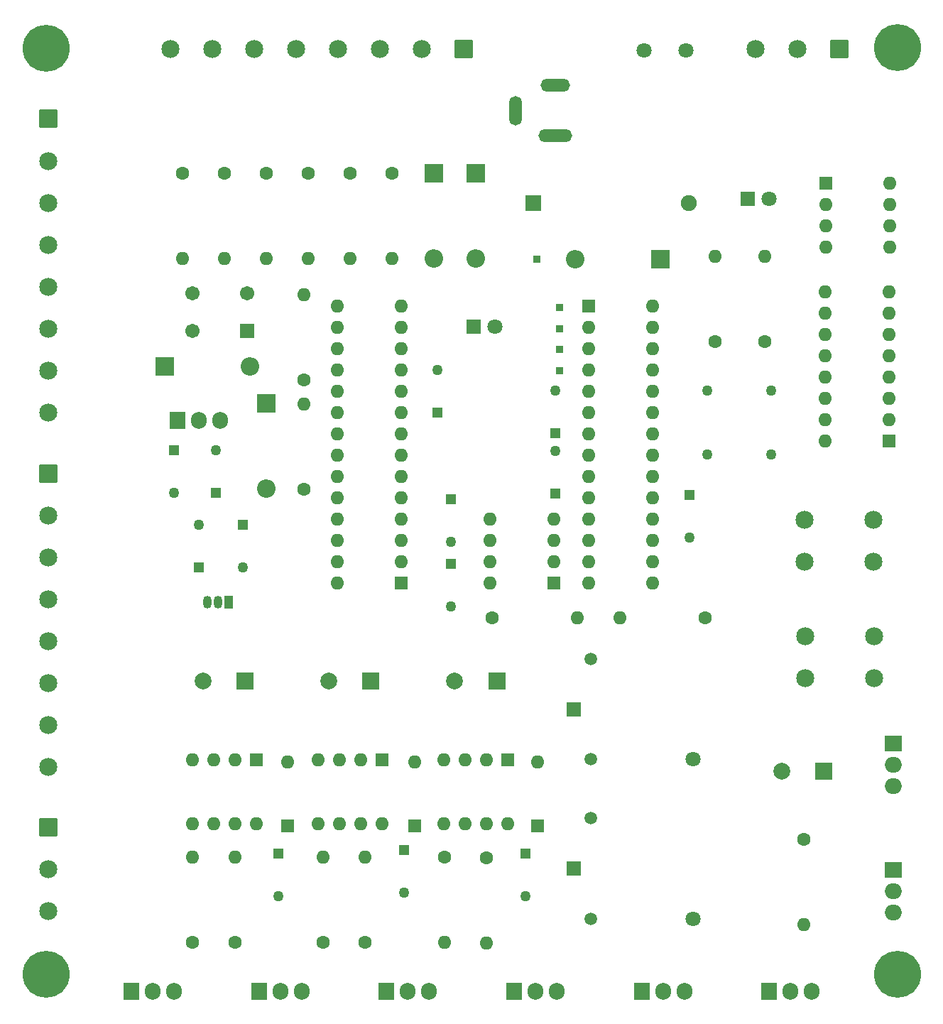
<source format=gbr>
%TF.GenerationSoftware,KiCad,Pcbnew,8.0.3*%
%TF.CreationDate,2024-10-16T22:06:34-07:00*%
%TF.ProjectId,SuperCapacitorBike,53757065-7243-4617-9061-6369746f7242,rev?*%
%TF.SameCoordinates,Original*%
%TF.FileFunction,Soldermask,Top*%
%TF.FilePolarity,Negative*%
%FSLAX46Y46*%
G04 Gerber Fmt 4.6, Leading zero omitted, Abs format (unit mm)*
G04 Created by KiCad (PCBNEW 8.0.3) date 2024-10-16 22:06:34*
%MOMM*%
%LPD*%
G01*
G04 APERTURE LIST*
G04 Aperture macros list*
%AMRoundRect*
0 Rectangle with rounded corners*
0 $1 Rounding radius*
0 $2 $3 $4 $5 $6 $7 $8 $9 X,Y pos of 4 corners*
0 Add a 4 corners polygon primitive as box body*
4,1,4,$2,$3,$4,$5,$6,$7,$8,$9,$2,$3,0*
0 Add four circle primitives for the rounded corners*
1,1,$1+$1,$2,$3*
1,1,$1+$1,$4,$5*
1,1,$1+$1,$6,$7*
1,1,$1+$1,$8,$9*
0 Add four rect primitives between the rounded corners*
20,1,$1+$1,$2,$3,$4,$5,0*
20,1,$1+$1,$4,$5,$6,$7,0*
20,1,$1+$1,$6,$7,$8,$9,0*
20,1,$1+$1,$8,$9,$2,$3,0*%
G04 Aperture macros list end*
%ADD10R,2.200000X2.200000*%
%ADD11O,2.200000X2.200000*%
%ADD12R,1.600000X1.600000*%
%ADD13O,1.600000X1.600000*%
%ADD14R,1.905000X2.000000*%
%ADD15O,1.905000X2.000000*%
%ADD16C,1.600000*%
%ADD17R,2.000000X1.905000*%
%ADD18O,2.000000X1.905000*%
%ADD19R,0.850000X0.850000*%
%ADD20RoundRect,0.102000X-0.975000X0.975000X-0.975000X-0.975000X0.975000X-0.975000X0.975000X0.975000X0*%
%ADD21C,2.154000*%
%ADD22R,1.270000X1.270000*%
%ADD23C,1.270000*%
%ADD24R,1.803400X1.803400*%
%ADD25C,1.498600*%
%ADD26C,1.803400*%
%ADD27R,2.000000X2.000000*%
%ADD28C,2.000000*%
%ADD29R,1.905000X1.905000*%
%ADD30C,1.905000*%
%ADD31RoundRect,0.102000X0.975000X0.975000X-0.975000X0.975000X-0.975000X-0.975000X0.975000X-0.975000X0*%
%ADD32R,1.800000X1.800000*%
%ADD33C,1.800000*%
%ADD34C,5.600000*%
%ADD35R,1.050000X1.500000*%
%ADD36O,1.050000X1.500000*%
%ADD37RoundRect,0.102000X0.754000X0.754000X-0.754000X0.754000X-0.754000X-0.754000X0.754000X-0.754000X0*%
%ADD38C,1.712000*%
%ADD39C,0.990600*%
%ADD40O,4.013200X1.498600*%
%ADD41O,3.505200X1.498600*%
%ADD42O,1.498600X3.505200*%
G04 APERTURE END LIST*
D10*
%TO.C,D12*%
X81000000Y-48500000D03*
D11*
X81000000Y-58660000D03*
%TD*%
D10*
%TO.C,D11*%
X76000000Y-48500000D03*
D11*
X76000000Y-58660000D03*
%TD*%
D12*
%TO.C,U3*%
X84800000Y-118450000D03*
D13*
X82260000Y-118450000D03*
X79720000Y-118450000D03*
X77180000Y-118450000D03*
X77180000Y-126070000D03*
X79720000Y-126070000D03*
X82260000Y-126070000D03*
X84800000Y-126070000D03*
%TD*%
D14*
%TO.C,Q4*%
X70350000Y-146000000D03*
D15*
X72890000Y-146000000D03*
X75430000Y-146000000D03*
%TD*%
D16*
%TO.C,R1*%
X60500000Y-86140000D03*
D13*
X60500000Y-75980000D03*
%TD*%
D16*
%TO.C,R12*%
X77300000Y-130020000D03*
D13*
X77300000Y-140180000D03*
%TD*%
D16*
%TO.C,R19*%
X60500000Y-73080000D03*
D13*
X60500000Y-62920000D03*
%TD*%
D17*
%TO.C,Q7*%
X130750000Y-116500000D03*
D18*
X130750000Y-119040000D03*
X130750000Y-121580000D03*
%TD*%
D19*
%TO.C,J4*%
X91000000Y-72000000D03*
%TD*%
D16*
%TO.C,R22*%
X46000000Y-48500000D03*
D13*
X46000000Y-58660000D03*
%TD*%
D16*
%TO.C,R6*%
X66000000Y-48500000D03*
D13*
X66000000Y-58660000D03*
%TD*%
D20*
%TO.C,J10*%
X30000000Y-42000000D03*
D21*
X30000000Y-47000000D03*
X30000000Y-52000000D03*
X30000000Y-57000000D03*
X30000000Y-62000000D03*
X30000000Y-67000000D03*
X30000000Y-72000000D03*
X30000000Y-77000000D03*
%TD*%
D22*
%TO.C,C10*%
X106500000Y-86813250D03*
D23*
X106500000Y-91893250D03*
%TD*%
D22*
%TO.C,C9*%
X90500000Y-86686750D03*
D23*
X90500000Y-81606750D03*
%TD*%
%TO.C,XTAL2*%
X108590000Y-74385999D03*
X108590000Y-82005999D03*
X116210000Y-82005999D03*
X116210000Y-74385999D03*
%TD*%
D17*
%TO.C,Q8*%
X130805000Y-131500000D03*
D18*
X130805000Y-134040000D03*
X130805000Y-136580000D03*
%TD*%
D20*
%TO.C,J13*%
X30000000Y-84250000D03*
D21*
X30000000Y-89250000D03*
X30000000Y-94250000D03*
X30000000Y-99250000D03*
X30000000Y-104250000D03*
X30000000Y-109250000D03*
X30000000Y-114250000D03*
X30000000Y-119250000D03*
%TD*%
D24*
%TO.C,K2*%
X92717950Y-131365000D03*
D25*
X94717951Y-137364999D03*
D26*
X106917149Y-137364999D03*
D25*
X94717951Y-125365001D03*
%TD*%
D22*
%TO.C,C16*%
X53200000Y-90363250D03*
D23*
X53200000Y-95443250D03*
%TD*%
D27*
%TO.C,C3*%
X53467677Y-109000000D03*
D28*
X48467677Y-109000000D03*
%TD*%
D22*
%TO.C,C12*%
X78000000Y-87313250D03*
D23*
X78000000Y-92393250D03*
%TD*%
D10*
%TO.C,D5*%
X103000000Y-58750000D03*
D11*
X92840000Y-58750000D03*
%TD*%
D22*
%TO.C,C4*%
X57467500Y-129573250D03*
D23*
X57467500Y-134653250D03*
%TD*%
D29*
%TO.C,F2*%
X87864000Y-52000000D03*
D30*
X106406000Y-52000000D03*
%TD*%
D12*
%TO.C,U9*%
X122700000Y-49700000D03*
D13*
X122700000Y-52240000D03*
X122700000Y-54780000D03*
X122700000Y-57320000D03*
X130320000Y-57320000D03*
X130320000Y-54780000D03*
X130320000Y-52240000D03*
X130320000Y-49700000D03*
%TD*%
D27*
%TO.C,C5*%
X83500000Y-109000000D03*
D28*
X78500000Y-109000000D03*
%TD*%
D16*
%TO.C,R5*%
X61000000Y-48500000D03*
D13*
X61000000Y-58660000D03*
%TD*%
D31*
%TO.C,J9*%
X79600000Y-33680000D03*
D21*
X74600000Y-33680000D03*
X69600000Y-33680000D03*
X64600000Y-33680000D03*
X59600000Y-33680000D03*
X54600000Y-33680000D03*
X49600000Y-33680000D03*
X44600000Y-33680000D03*
%TD*%
D14*
%TO.C,Q2*%
X115990000Y-146000000D03*
D15*
X118530000Y-146000000D03*
X121070000Y-146000000D03*
%TD*%
D10*
%TO.C,D4*%
X56000000Y-75920000D03*
D11*
X56000000Y-86080000D03*
%TD*%
D32*
%TO.C,D10*%
X80750000Y-66750000D03*
D33*
X83290000Y-66750000D03*
%TD*%
D14*
%TO.C,Q6*%
X100780000Y-146000000D03*
D15*
X103320000Y-146000000D03*
X105860000Y-146000000D03*
%TD*%
D19*
%TO.C,J3*%
X91000000Y-69500000D03*
%TD*%
D22*
%TO.C,C14*%
X50000000Y-86580000D03*
D23*
X50000000Y-81500000D03*
%TD*%
D19*
%TO.C,J2*%
X91000000Y-64500000D03*
%TD*%
D13*
%TO.C,R18*%
X109500000Y-58420000D03*
D16*
X109500000Y-68580000D03*
%TD*%
D19*
%TO.C,J12*%
X88250000Y-58750000D03*
%TD*%
D16*
%TO.C,R10*%
X62767500Y-140180000D03*
D13*
X62767500Y-130020000D03*
%TD*%
D21*
%TO.C,J7*%
X120200000Y-94800000D03*
X128400000Y-94800000D03*
X120200000Y-89800000D03*
X128400000Y-89800000D03*
%TD*%
D34*
%TO.C,H3*%
X29750000Y-144000000D03*
%TD*%
D12*
%TO.C,U5*%
X72120000Y-97340000D03*
D13*
X72120000Y-94800000D03*
X72120000Y-92260000D03*
X72120000Y-89720000D03*
X72120000Y-87180000D03*
X72120000Y-84640000D03*
X72120000Y-82100000D03*
X72120000Y-79560000D03*
X72120000Y-77020000D03*
X72120000Y-74480000D03*
X72120000Y-71940000D03*
X72120000Y-69400000D03*
X72120000Y-66860000D03*
X72120000Y-64320000D03*
X64500000Y-64320000D03*
X64500000Y-66860000D03*
X64500000Y-69400000D03*
X64500000Y-71940000D03*
X64500000Y-74480000D03*
X64500000Y-77020000D03*
X64500000Y-79560000D03*
X64500000Y-82100000D03*
X64500000Y-84640000D03*
X64500000Y-87180000D03*
X64500000Y-89720000D03*
X64500000Y-92260000D03*
X64500000Y-94800000D03*
X64500000Y-97340000D03*
%TD*%
D16*
%TO.C,R7*%
X82300000Y-130120000D03*
D13*
X82300000Y-140280000D03*
%TD*%
D12*
%TO.C,D2*%
X58567500Y-126250000D03*
D13*
X58567500Y-118630000D03*
%TD*%
D35*
%TO.C,U10*%
X51500000Y-99640000D03*
D36*
X50230000Y-99640000D03*
X48960000Y-99640000D03*
%TD*%
D37*
%TO.C,S1*%
X53750000Y-67250000D03*
D38*
X47250000Y-67250000D03*
X53750000Y-62750000D03*
X47250000Y-62750000D03*
%TD*%
D22*
%TO.C,C13*%
X76400000Y-77036750D03*
D23*
X76400000Y-71956750D03*
%TD*%
D27*
%TO.C,C2*%
X68500000Y-109000000D03*
D28*
X63500000Y-109000000D03*
%TD*%
D16*
%TO.C,R11*%
X47180000Y-140180000D03*
D13*
X47180000Y-130020000D03*
%TD*%
D31*
%TO.C,J14*%
X124372500Y-33700000D03*
D21*
X119372500Y-33700000D03*
X114372500Y-33700000D03*
%TD*%
D12*
%TO.C,U6*%
X94467500Y-64320000D03*
D13*
X94467500Y-66860000D03*
X94467500Y-69400000D03*
X94467500Y-71940000D03*
X94467500Y-74480000D03*
X94467500Y-77020000D03*
X94467500Y-79560000D03*
X94467500Y-82100000D03*
X94467500Y-84640000D03*
X94467500Y-87180000D03*
X94467500Y-89720000D03*
X94467500Y-92260000D03*
X94467500Y-94800000D03*
X94467500Y-97340000D03*
X102087500Y-97340000D03*
X102087500Y-94800000D03*
X102087500Y-92260000D03*
X102087500Y-89720000D03*
X102087500Y-87180000D03*
X102087500Y-84640000D03*
X102087500Y-82100000D03*
X102087500Y-79560000D03*
X102087500Y-77020000D03*
X102087500Y-74480000D03*
X102087500Y-71940000D03*
X102087500Y-69400000D03*
X102087500Y-66860000D03*
X102087500Y-64320000D03*
%TD*%
D39*
%TO.C,J11*%
X85777250Y-39996960D03*
X85777250Y-42003560D03*
X89218950Y-44000000D03*
X89472950Y-38000520D03*
X91479550Y-38000520D03*
X91733550Y-44000000D03*
D40*
X90476250Y-44000000D03*
D41*
X90476250Y-38000520D03*
D42*
X85777250Y-41000260D03*
%TD*%
D12*
%TO.C,D1*%
X73700000Y-126250000D03*
D13*
X73700000Y-118630000D03*
%TD*%
D12*
%TO.C,U2*%
X54800000Y-118450000D03*
D13*
X52260000Y-118450000D03*
X49720000Y-118450000D03*
X47180000Y-118450000D03*
X47180000Y-126070000D03*
X49720000Y-126070000D03*
X52260000Y-126070000D03*
X54800000Y-126070000D03*
%TD*%
D14*
%TO.C,Q1*%
X55142000Y-146000000D03*
D15*
X57682000Y-146000000D03*
X60222000Y-146000000D03*
%TD*%
D22*
%TO.C,C15*%
X47960000Y-95436750D03*
D23*
X47960000Y-90356750D03*
%TD*%
D34*
%TO.C,H1*%
X29750000Y-33550000D03*
%TD*%
D14*
%TO.C,Q3*%
X85570000Y-146000000D03*
D15*
X88110000Y-146000000D03*
X90650000Y-146000000D03*
%TD*%
D22*
%TO.C,C8*%
X45000000Y-81500000D03*
D23*
X45000000Y-86580000D03*
%TD*%
D16*
%TO.C,R8*%
X52317500Y-140180000D03*
D13*
X52317500Y-130020000D03*
%TD*%
D16*
%TO.C,R3*%
X71000000Y-48500000D03*
D13*
X71000000Y-58660000D03*
%TD*%
D19*
%TO.C,J5*%
X91000000Y-67000000D03*
%TD*%
D16*
%TO.C,R17*%
X115500000Y-68580000D03*
D13*
X115500000Y-58420000D03*
%TD*%
D16*
%TO.C,R20*%
X56000000Y-48500000D03*
D13*
X56000000Y-58660000D03*
%TD*%
D22*
%TO.C,C11*%
X78000000Y-95063250D03*
D23*
X78000000Y-100143250D03*
%TD*%
D24*
%TO.C,K1*%
X92717950Y-112365000D03*
D25*
X94717951Y-118364999D03*
D26*
X106917149Y-118364999D03*
D25*
X94717951Y-106365001D03*
%TD*%
D12*
%TO.C,U4*%
X90300000Y-97300000D03*
D13*
X90300000Y-94760000D03*
X90300000Y-92220000D03*
X90300000Y-89680000D03*
X82680000Y-89680000D03*
X82680000Y-92220000D03*
X82680000Y-94760000D03*
X82680000Y-97300000D03*
%TD*%
D12*
%TO.C,D3*%
X88367500Y-126250000D03*
D13*
X88367500Y-118630000D03*
%TD*%
D21*
%TO.C,J6*%
X29990000Y-136427500D03*
X29990000Y-131427500D03*
D20*
X29990000Y-126427500D03*
%TD*%
D16*
%TO.C,R16*%
X108330000Y-101500000D03*
D13*
X98170000Y-101500000D03*
%TD*%
D12*
%TO.C,U8*%
X130300000Y-80400000D03*
D13*
X130300000Y-77860000D03*
X130300000Y-75320000D03*
X130300000Y-72780000D03*
X130300000Y-70240000D03*
X130300000Y-67700000D03*
X130300000Y-65160000D03*
X130300000Y-62620000D03*
X122680000Y-62620000D03*
X122680000Y-65160000D03*
X122680000Y-67700000D03*
X122680000Y-70240000D03*
X122680000Y-72780000D03*
X122680000Y-75320000D03*
X122680000Y-77860000D03*
X122680000Y-80400000D03*
%TD*%
D16*
%TO.C,R4*%
X120100000Y-127920000D03*
D13*
X120100000Y-138080000D03*
%TD*%
D16*
%TO.C,R9*%
X67817500Y-140180000D03*
D13*
X67817500Y-130020000D03*
%TD*%
D14*
%TO.C,Q5*%
X39930000Y-146000000D03*
D15*
X42470000Y-146000000D03*
X45010000Y-146000000D03*
%TD*%
D12*
%TO.C,U1*%
X69800000Y-118450000D03*
D13*
X67260000Y-118450000D03*
X64720000Y-118450000D03*
X62180000Y-118450000D03*
X62180000Y-126070000D03*
X64720000Y-126070000D03*
X67260000Y-126070000D03*
X69800000Y-126070000D03*
%TD*%
D16*
%TO.C,R15*%
X82920000Y-101500000D03*
D13*
X93080000Y-101500000D03*
%TD*%
D34*
%TO.C,H4*%
X131250000Y-144000000D03*
%TD*%
D26*
%TO.C,J1*%
X106041784Y-33830000D03*
X101041784Y-33830000D03*
%TD*%
D34*
%TO.C,H2*%
X131250000Y-33500000D03*
%TD*%
D22*
%TO.C,C6*%
X86967500Y-129573250D03*
D23*
X86967500Y-134653250D03*
%TD*%
D22*
%TO.C,C17*%
X90500000Y-79436750D03*
D23*
X90500000Y-74356750D03*
%TD*%
D27*
%TO.C,C7*%
X122467677Y-119800000D03*
D28*
X117467677Y-119800000D03*
%TD*%
D10*
%TO.C,D6*%
X43920000Y-71500000D03*
D11*
X54080000Y-71500000D03*
%TD*%
D32*
%TO.C,D8*%
X113460000Y-51500000D03*
D33*
X116000000Y-51500000D03*
%TD*%
D16*
%TO.C,R21*%
X51000000Y-48500000D03*
D13*
X51000000Y-58660000D03*
%TD*%
D22*
%TO.C,C1*%
X72467500Y-129173250D03*
D23*
X72467500Y-134253250D03*
%TD*%
D21*
%TO.C,J8*%
X120287500Y-108655000D03*
X128487500Y-108655000D03*
X120287500Y-103655000D03*
X128487500Y-103655000D03*
%TD*%
D14*
%TO.C,U7*%
X45460000Y-77945000D03*
D15*
X48000000Y-77945000D03*
X50540000Y-77945000D03*
%TD*%
M02*

</source>
